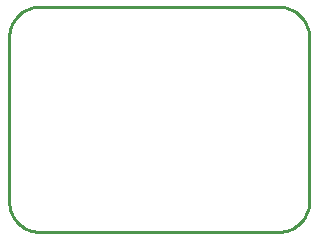
<source format=gbr>
G04 EAGLE Gerber RS-274X export*
G75*
%MOMM*%
%FSLAX34Y34*%
%LPD*%
%IN*%
%IPPOS*%
%AMOC8*
5,1,8,0,0,1.08239X$1,22.5*%
G01*
%ADD10C,0.254000*%


D10*
X0Y25400D02*
X97Y23186D01*
X386Y20989D01*
X865Y18826D01*
X1532Y16713D01*
X2380Y14666D01*
X3403Y12700D01*
X4594Y10831D01*
X5942Y9073D01*
X7440Y7440D01*
X9073Y5942D01*
X10831Y4594D01*
X12700Y3403D01*
X14666Y2380D01*
X16713Y1532D01*
X18826Y865D01*
X20989Y386D01*
X23186Y97D01*
X25400Y0D01*
X228600Y0D01*
X230814Y97D01*
X233011Y386D01*
X235174Y865D01*
X237287Y1532D01*
X239335Y2380D01*
X241300Y3403D01*
X243169Y4594D01*
X244927Y5942D01*
X246561Y7440D01*
X248058Y9073D01*
X249406Y10831D01*
X250597Y12700D01*
X251620Y14666D01*
X252468Y16713D01*
X253135Y18826D01*
X253614Y20989D01*
X253903Y23186D01*
X254000Y25400D01*
X254000Y165100D01*
X253903Y167314D01*
X253614Y169511D01*
X253135Y171674D01*
X252468Y173787D01*
X251620Y175835D01*
X250597Y177800D01*
X249406Y179669D01*
X248058Y181427D01*
X246561Y183061D01*
X244927Y184558D01*
X243169Y185906D01*
X241300Y187097D01*
X239335Y188120D01*
X237287Y188968D01*
X235174Y189635D01*
X233011Y190114D01*
X230814Y190403D01*
X228600Y190500D01*
X25400Y190500D01*
X23186Y190403D01*
X20989Y190114D01*
X18826Y189635D01*
X16713Y188968D01*
X14666Y188120D01*
X12700Y187097D01*
X10831Y185906D01*
X9073Y184558D01*
X7440Y183061D01*
X5942Y181427D01*
X4594Y179669D01*
X3403Y177800D01*
X2380Y175835D01*
X1532Y173787D01*
X865Y171674D01*
X386Y169511D01*
X97Y167314D01*
X0Y165100D01*
X0Y25400D01*
M02*

</source>
